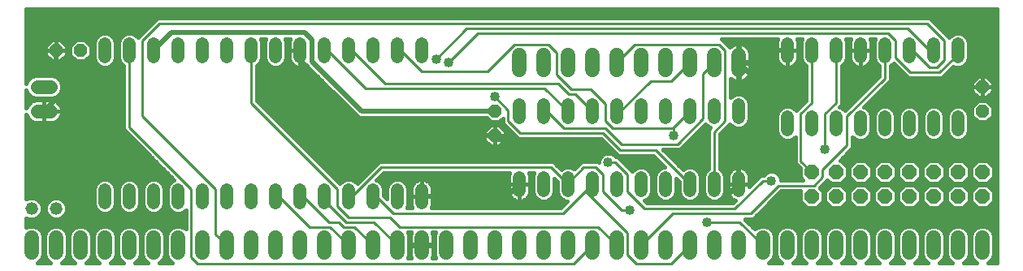
<source format=gbl>
G75*
%MOIN*%
%OFA0B0*%
%FSLAX24Y24*%
%IPPOS*%
%LPD*%
%AMOC8*
5,1,8,0,0,1.08239X$1,22.5*
%
%ADD10C,0.0520*%
%ADD11C,0.0520*%
%ADD12OC8,0.0600*%
%ADD13C,0.0600*%
%ADD14C,0.0560*%
%ADD15OC8,0.0520*%
%ADD16C,0.0200*%
%ADD17C,0.0160*%
%ADD18C,0.0100*%
%ADD19C,0.0400*%
D10*
X003805Y002920D02*
X003805Y003440D01*
X004805Y003440D02*
X004805Y002920D01*
X005805Y002920D02*
X005805Y003440D01*
X006805Y003440D02*
X006805Y002920D01*
X007805Y002920D02*
X007805Y003440D01*
X008805Y003440D02*
X008805Y002920D01*
X009805Y002920D02*
X009805Y003440D01*
X010805Y003440D02*
X010805Y002920D01*
X011805Y002920D02*
X011805Y003440D01*
X012805Y003440D02*
X012805Y002920D01*
X013805Y002920D02*
X013805Y003440D01*
X014805Y003440D02*
X014805Y002920D01*
X015805Y002920D02*
X015805Y003440D01*
X016805Y003440D02*
X016805Y002920D01*
X020805Y003420D02*
X020805Y003940D01*
X021805Y003940D02*
X021805Y003420D01*
X022805Y003420D02*
X022805Y003940D01*
X023805Y003940D02*
X023805Y003420D01*
X024805Y003420D02*
X024805Y003940D01*
X025805Y003940D02*
X025805Y003420D01*
X026805Y003420D02*
X026805Y003940D01*
X027805Y003940D02*
X027805Y003420D01*
X028805Y003420D02*
X028805Y003940D01*
X029805Y003940D02*
X029805Y003420D01*
X031805Y005920D02*
X031805Y006440D01*
X032805Y006440D02*
X032805Y005920D01*
X033805Y005920D02*
X033805Y006440D01*
X034805Y006440D02*
X034805Y005920D01*
X035805Y005920D02*
X035805Y006440D01*
X036805Y006440D02*
X036805Y005920D01*
X037805Y005920D02*
X037805Y006440D01*
X038805Y006440D02*
X038805Y005920D01*
X029805Y006420D02*
X029805Y006940D01*
X028805Y006940D02*
X028805Y006420D01*
X027805Y006420D02*
X027805Y006940D01*
X026805Y006940D02*
X026805Y006420D01*
X025805Y006420D02*
X025805Y006940D01*
X024805Y006940D02*
X024805Y006420D01*
X023805Y006420D02*
X023805Y006940D01*
X022805Y006940D02*
X022805Y006420D01*
X021805Y006420D02*
X021805Y006940D01*
X020805Y006940D02*
X020805Y006420D01*
X016805Y008920D02*
X016805Y009440D01*
X015805Y009440D02*
X015805Y008920D01*
X014805Y008920D02*
X014805Y009440D01*
X013805Y009440D02*
X013805Y008920D01*
X012805Y008920D02*
X012805Y009440D01*
X011805Y009440D02*
X011805Y008920D01*
X010805Y008920D02*
X010805Y009440D01*
X009805Y009440D02*
X009805Y008920D01*
X008805Y008920D02*
X008805Y009440D01*
X007805Y009440D02*
X007805Y008920D01*
X006805Y008920D02*
X006805Y009440D01*
X005805Y009440D02*
X005805Y008920D01*
X004805Y008920D02*
X004805Y009440D01*
X003805Y009440D02*
X003805Y008920D01*
X031805Y008920D02*
X031805Y009440D01*
X032805Y009440D02*
X032805Y008920D01*
X033805Y008920D02*
X033805Y009440D01*
X034805Y009440D02*
X034805Y008920D01*
X035805Y008920D02*
X035805Y009440D01*
X036805Y009440D02*
X036805Y008920D01*
X037805Y008920D02*
X037805Y009440D01*
X038805Y009440D02*
X038805Y008920D01*
D11*
X001805Y002680D03*
X000805Y002680D03*
D12*
X032805Y003180D03*
X033805Y003180D03*
X034805Y003180D03*
X035805Y003180D03*
X036805Y003180D03*
X037805Y003180D03*
X038805Y003180D03*
X039805Y003180D03*
X039805Y004180D03*
X038805Y004180D03*
X037805Y004180D03*
X036805Y004180D03*
X035805Y004180D03*
X034805Y004180D03*
X033805Y004180D03*
X032805Y004180D03*
D13*
X032805Y001480D02*
X032805Y000880D01*
X033805Y000880D02*
X033805Y001480D01*
X034805Y001480D02*
X034805Y000880D01*
X035805Y000880D02*
X035805Y001480D01*
X036805Y001480D02*
X036805Y000880D01*
X037805Y000880D02*
X037805Y001480D01*
X038805Y001480D02*
X038805Y000880D01*
X039805Y000880D02*
X039805Y001480D01*
X031805Y001480D02*
X031805Y000880D01*
X030805Y000880D02*
X030805Y001480D01*
X029805Y001480D02*
X029805Y000880D01*
X028805Y000880D02*
X028805Y001480D01*
X027805Y001480D02*
X027805Y000880D01*
X026805Y000880D02*
X026805Y001480D01*
X025805Y001480D02*
X025805Y000880D01*
X024805Y000880D02*
X024805Y001480D01*
X023805Y001480D02*
X023805Y000880D01*
X022805Y000880D02*
X022805Y001480D01*
X021805Y001480D02*
X021805Y000880D01*
X020805Y000880D02*
X020805Y001480D01*
X019805Y001480D02*
X019805Y000880D01*
X018805Y000880D02*
X018805Y001480D01*
X017805Y001480D02*
X017805Y000880D01*
X016805Y000880D02*
X016805Y001480D01*
X015805Y001480D02*
X015805Y000880D01*
X014805Y000880D02*
X014805Y001480D01*
X013805Y001480D02*
X013805Y000880D01*
X012805Y000880D02*
X012805Y001480D01*
X011805Y001480D02*
X011805Y000880D01*
X010805Y000880D02*
X010805Y001480D01*
X009805Y001480D02*
X009805Y000880D01*
X008805Y000880D02*
X008805Y001480D01*
X007805Y001480D02*
X007805Y000880D01*
X006805Y000880D02*
X006805Y001480D01*
X005805Y001480D02*
X005805Y000880D01*
X004805Y000880D02*
X004805Y001480D01*
X003805Y001480D02*
X003805Y000880D01*
X002805Y000880D02*
X002805Y001480D01*
X001805Y001480D02*
X001805Y000880D01*
X000805Y000880D02*
X000805Y001480D01*
X020805Y008380D02*
X020805Y008980D01*
X021805Y008980D02*
X021805Y008380D01*
X022805Y008380D02*
X022805Y008980D01*
X023805Y008980D02*
X023805Y008380D01*
X024805Y008380D02*
X024805Y008980D01*
X025805Y008980D02*
X025805Y008380D01*
X026805Y008380D02*
X026805Y008980D01*
X027805Y008980D02*
X027805Y008380D01*
X028805Y008380D02*
X028805Y008980D01*
X029805Y008980D02*
X029805Y008380D01*
D14*
X001585Y007680D02*
X001025Y007680D01*
X001025Y006680D02*
X001585Y006680D01*
D15*
X001805Y009180D03*
X002805Y009180D03*
X019805Y006680D03*
X019805Y005680D03*
X039805Y006680D03*
X039805Y007680D03*
D16*
X031805Y009180D02*
X031305Y009180D01*
X030305Y008180D01*
X029805Y008680D01*
X030305Y008180D02*
X030305Y006230D01*
X029805Y005730D01*
X029805Y003680D01*
X029055Y002930D01*
X026605Y002930D01*
X026305Y003230D01*
X026305Y004130D01*
X025605Y004830D01*
X024805Y004830D01*
X024105Y005530D01*
X019955Y005530D01*
X019805Y005680D01*
X014905Y005680D01*
X011805Y008780D01*
X011805Y009180D01*
X012305Y009630D02*
X012305Y008730D01*
X014355Y006680D01*
X019805Y006680D01*
X020805Y003680D02*
X020305Y003180D01*
X016805Y003180D01*
X002105Y007480D02*
X001305Y006680D01*
X002105Y007480D02*
X002105Y007880D01*
X001805Y008180D01*
X001805Y009180D01*
X005805Y009180D02*
X006555Y009930D01*
X012005Y009930D01*
X012305Y009630D01*
D17*
X001077Y000473D02*
X001045Y000460D01*
X001565Y000460D01*
X001533Y000473D01*
X001398Y000608D01*
X001325Y000785D01*
X001325Y001575D01*
X001398Y001752D01*
X001533Y001887D01*
X001709Y001960D01*
X001900Y001960D01*
X002077Y001887D01*
X002212Y001752D01*
X002285Y001575D01*
X002285Y000785D01*
X002212Y000608D01*
X002077Y000473D01*
X002045Y000460D01*
X002565Y000460D01*
X002533Y000473D01*
X002398Y000608D01*
X002325Y000785D01*
X002325Y001575D01*
X002398Y001752D01*
X002533Y001887D01*
X002709Y001960D01*
X002900Y001960D01*
X003077Y001887D01*
X003212Y001752D01*
X003285Y001575D01*
X003285Y000785D01*
X003212Y000608D01*
X003077Y000473D01*
X003045Y000460D01*
X003565Y000460D01*
X003533Y000473D01*
X003398Y000608D01*
X003325Y000785D01*
X003325Y001575D01*
X003398Y001752D01*
X003533Y001887D01*
X003709Y001960D01*
X003900Y001960D01*
X004077Y001887D01*
X004212Y001752D01*
X004285Y001575D01*
X004285Y000785D01*
X004212Y000608D01*
X004077Y000473D01*
X004045Y000460D01*
X004565Y000460D01*
X004533Y000473D01*
X004398Y000608D01*
X004325Y000785D01*
X004325Y001575D01*
X004398Y001752D01*
X004533Y001887D01*
X004709Y001960D01*
X004900Y001960D01*
X005077Y001887D01*
X005212Y001752D01*
X005285Y001575D01*
X005285Y000785D01*
X005212Y000608D01*
X005077Y000473D01*
X005045Y000460D01*
X005565Y000460D01*
X005533Y000473D01*
X005398Y000608D01*
X005325Y000785D01*
X005325Y001575D01*
X005398Y001752D01*
X005533Y001887D01*
X005709Y001960D01*
X005900Y001960D01*
X006077Y001887D01*
X006212Y001752D01*
X006285Y001575D01*
X006285Y000785D01*
X006212Y000608D01*
X006077Y000473D01*
X006045Y000460D01*
X006565Y000460D01*
X006533Y000473D01*
X006398Y000608D01*
X006325Y000785D01*
X006325Y001575D01*
X006398Y001752D01*
X006533Y001887D01*
X006709Y001960D01*
X006900Y001960D01*
X007077Y001887D01*
X007125Y001839D01*
X007125Y002618D01*
X007054Y002547D01*
X006892Y002480D01*
X006717Y002480D01*
X006556Y002547D01*
X006432Y002671D01*
X006365Y002832D01*
X006365Y003528D01*
X006432Y003689D01*
X006556Y003813D01*
X006655Y003854D01*
X004575Y005935D01*
X004575Y008539D01*
X004556Y008547D01*
X004432Y008671D01*
X004365Y008832D01*
X004365Y009528D01*
X004432Y009689D01*
X004556Y009813D01*
X004717Y009880D01*
X004892Y009880D01*
X005054Y009813D01*
X005158Y009709D01*
X005260Y009810D01*
X005960Y010510D01*
X037650Y010510D01*
X037785Y010375D01*
X038451Y009709D01*
X038556Y009813D01*
X038717Y009880D01*
X038892Y009880D01*
X039054Y009813D01*
X039178Y009689D01*
X039245Y009528D01*
X039245Y008832D01*
X039178Y008671D01*
X039054Y008547D01*
X038892Y008480D01*
X038717Y008480D01*
X038620Y008520D01*
X038285Y008185D01*
X038150Y008050D01*
X036950Y008050D01*
X036760Y008050D01*
X036160Y008650D01*
X036158Y008651D01*
X036054Y008547D01*
X036035Y008539D01*
X036035Y007935D01*
X034955Y006854D01*
X035054Y006813D01*
X035178Y006689D01*
X035245Y006528D01*
X035245Y005832D01*
X035178Y005671D01*
X035054Y005547D01*
X034892Y005480D01*
X034717Y005480D01*
X034556Y005547D01*
X034485Y005618D01*
X034485Y005185D01*
X033960Y004660D01*
X034004Y004660D01*
X034285Y004379D01*
X034285Y003981D01*
X034004Y003700D01*
X033606Y003700D01*
X033453Y003853D01*
X033135Y003535D01*
X033132Y003532D01*
X033285Y003379D01*
X033285Y002981D01*
X033004Y002700D01*
X032606Y002700D01*
X032325Y002981D01*
X032325Y003379D01*
X032346Y003400D01*
X031550Y003400D01*
X030535Y002385D01*
X030400Y002250D01*
X030060Y002250D01*
X030085Y002225D01*
X030478Y001832D01*
X030533Y001887D01*
X030709Y001960D01*
X030900Y001960D01*
X031077Y001887D01*
X031212Y001752D01*
X031285Y001575D01*
X031285Y000785D01*
X031212Y000608D01*
X031077Y000473D01*
X031045Y000460D01*
X031565Y000460D01*
X031533Y000473D01*
X031398Y000608D01*
X031325Y000785D01*
X031325Y001575D01*
X031398Y001752D01*
X031533Y001887D01*
X031709Y001960D01*
X031900Y001960D01*
X032077Y001887D01*
X032212Y001752D01*
X032285Y001575D01*
X032285Y000785D01*
X032212Y000608D01*
X032077Y000473D01*
X032045Y000460D01*
X032565Y000460D01*
X032533Y000473D01*
X032398Y000608D01*
X032325Y000785D01*
X032325Y001575D01*
X032398Y001752D01*
X032533Y001887D01*
X032709Y001960D01*
X032900Y001960D01*
X033077Y001887D01*
X033212Y001752D01*
X033285Y001575D01*
X033285Y000785D01*
X033212Y000608D01*
X033077Y000473D01*
X033045Y000460D01*
X033565Y000460D01*
X033533Y000473D01*
X033398Y000608D01*
X033325Y000785D01*
X033325Y001575D01*
X033398Y001752D01*
X033533Y001887D01*
X033709Y001960D01*
X033900Y001960D01*
X034077Y001887D01*
X034212Y001752D01*
X034285Y001575D01*
X034285Y000785D01*
X034212Y000608D01*
X034077Y000473D01*
X034045Y000460D01*
X034565Y000460D01*
X034533Y000473D01*
X034398Y000608D01*
X034325Y000785D01*
X034325Y001575D01*
X034398Y001752D01*
X034533Y001887D01*
X034709Y001960D01*
X034900Y001960D01*
X035077Y001887D01*
X035212Y001752D01*
X035285Y001575D01*
X035285Y000785D01*
X035212Y000608D01*
X035077Y000473D01*
X035045Y000460D01*
X035565Y000460D01*
X035533Y000473D01*
X035398Y000608D01*
X035325Y000785D01*
X035325Y001575D01*
X035398Y001752D01*
X035533Y001887D01*
X035709Y001960D01*
X035900Y001960D01*
X036077Y001887D01*
X036212Y001752D01*
X036285Y001575D01*
X036285Y000785D01*
X036212Y000608D01*
X036077Y000473D01*
X036045Y000460D01*
X036565Y000460D01*
X036533Y000473D01*
X036398Y000608D01*
X036325Y000785D01*
X036325Y001575D01*
X036398Y001752D01*
X036533Y001887D01*
X036709Y001960D01*
X036900Y001960D01*
X037077Y001887D01*
X037212Y001752D01*
X037285Y001575D01*
X037285Y000785D01*
X037212Y000608D01*
X037077Y000473D01*
X037045Y000460D01*
X037565Y000460D01*
X037533Y000473D01*
X037398Y000608D01*
X037325Y000785D01*
X037325Y001575D01*
X037398Y001752D01*
X037533Y001887D01*
X037709Y001960D01*
X037900Y001960D01*
X038077Y001887D01*
X038212Y001752D01*
X038285Y001575D01*
X038285Y000785D01*
X038212Y000608D01*
X038077Y000473D01*
X038045Y000460D01*
X038565Y000460D01*
X038533Y000473D01*
X038398Y000608D01*
X038325Y000785D01*
X038325Y001575D01*
X038398Y001752D01*
X038533Y001887D01*
X038709Y001960D01*
X038900Y001960D01*
X039077Y001887D01*
X039212Y001752D01*
X039285Y001575D01*
X039285Y000785D01*
X039212Y000608D01*
X039077Y000473D01*
X039045Y000460D01*
X039565Y000460D01*
X039533Y000473D01*
X039398Y000608D01*
X039325Y000785D01*
X039325Y001575D01*
X039398Y001752D01*
X039533Y001887D01*
X039709Y001960D01*
X039900Y001960D01*
X040077Y001887D01*
X040212Y001752D01*
X040285Y001575D01*
X040285Y000785D01*
X040212Y000608D01*
X040077Y000473D01*
X040045Y000460D01*
X040395Y000460D01*
X040395Y010896D01*
X000585Y010896D01*
X000585Y007820D01*
X000635Y007941D01*
X000764Y008070D01*
X000933Y008140D01*
X001676Y008140D01*
X001846Y008070D01*
X001975Y007941D01*
X002045Y007771D01*
X002045Y007588D01*
X001975Y007419D01*
X001846Y007290D01*
X001676Y007220D01*
X000933Y007220D01*
X000764Y007290D01*
X000635Y007419D01*
X000585Y007540D01*
X000585Y006814D01*
X000599Y006857D01*
X000632Y006921D01*
X000674Y006980D01*
X000725Y007031D01*
X000784Y007073D01*
X000848Y007106D01*
X000917Y007129D01*
X000989Y007140D01*
X001295Y007140D01*
X001295Y006690D01*
X001315Y006690D01*
X002045Y006690D01*
X002045Y006716D01*
X002034Y006788D01*
X002011Y006857D01*
X001978Y006921D01*
X001936Y006980D01*
X001885Y007031D01*
X001826Y007073D01*
X001762Y007106D01*
X001693Y007129D01*
X001621Y007140D01*
X001315Y007140D01*
X001315Y006690D01*
X001315Y006670D01*
X002045Y006670D01*
X002045Y006644D01*
X002034Y006572D01*
X002011Y006503D01*
X001978Y006439D01*
X001936Y006380D01*
X001885Y006329D01*
X001826Y006287D01*
X001762Y006254D01*
X001693Y006231D01*
X001621Y006220D01*
X001315Y006220D01*
X001315Y006670D01*
X001295Y006670D01*
X001295Y006220D01*
X000989Y006220D01*
X000917Y006231D01*
X000848Y006254D01*
X000784Y006287D01*
X000725Y006329D01*
X000674Y006380D01*
X000632Y006439D01*
X000599Y006503D01*
X000585Y006546D01*
X000585Y003065D01*
X000717Y003120D01*
X000892Y003120D01*
X001054Y003053D01*
X001178Y002929D01*
X001245Y002768D01*
X001245Y002592D01*
X001178Y002431D01*
X001054Y002307D01*
X000892Y002240D01*
X000717Y002240D01*
X000585Y002295D01*
X000585Y001908D01*
X000709Y001960D01*
X000900Y001960D01*
X001077Y001887D01*
X001212Y001752D01*
X001285Y001575D01*
X001285Y000785D01*
X001212Y000608D01*
X001077Y000473D01*
X001101Y000497D02*
X001509Y000497D01*
X001378Y000656D02*
X001231Y000656D01*
X001285Y000814D02*
X001325Y000814D01*
X001325Y000973D02*
X001285Y000973D01*
X001285Y001131D02*
X001325Y001131D01*
X001325Y001290D02*
X001285Y001290D01*
X001285Y001448D02*
X001325Y001448D01*
X001338Y001607D02*
X001272Y001607D01*
X001199Y001765D02*
X001411Y001765D01*
X001621Y001924D02*
X000989Y001924D01*
X000621Y001924D02*
X000585Y001924D01*
X000585Y002082D02*
X007125Y002082D01*
X007125Y002241D02*
X001894Y002241D01*
X001892Y002240D02*
X002054Y002307D01*
X002178Y002431D01*
X002245Y002592D01*
X002245Y002768D01*
X002178Y002929D01*
X002054Y003053D01*
X001892Y003120D01*
X001717Y003120D01*
X001556Y003053D01*
X001432Y002929D01*
X001365Y002768D01*
X001365Y002592D01*
X001432Y002431D01*
X001556Y002307D01*
X001717Y002240D01*
X001892Y002240D01*
X001716Y002241D02*
X000894Y002241D01*
X000716Y002241D02*
X000585Y002241D01*
X001146Y002399D02*
X001464Y002399D01*
X001379Y002558D02*
X001230Y002558D01*
X001245Y002716D02*
X001365Y002716D01*
X001409Y002875D02*
X001201Y002875D01*
X001074Y003033D02*
X001536Y003033D01*
X002074Y003033D02*
X003365Y003033D01*
X003365Y002875D02*
X002201Y002875D01*
X002245Y002716D02*
X003413Y002716D01*
X003432Y002671D02*
X003556Y002547D01*
X003717Y002480D01*
X003892Y002480D01*
X004054Y002547D01*
X004178Y002671D01*
X004245Y002832D01*
X004245Y003528D01*
X004178Y003689D01*
X004054Y003813D01*
X003892Y003880D01*
X003717Y003880D01*
X003556Y003813D01*
X003432Y003689D01*
X003365Y003528D01*
X003365Y002832D01*
X003432Y002671D01*
X003545Y002558D02*
X002230Y002558D01*
X002146Y002399D02*
X007125Y002399D01*
X007125Y002558D02*
X007065Y002558D01*
X006545Y002558D02*
X006065Y002558D01*
X006054Y002547D02*
X006178Y002671D01*
X006245Y002832D01*
X006245Y003528D01*
X006178Y003689D01*
X006054Y003813D01*
X005892Y003880D01*
X005717Y003880D01*
X005556Y003813D01*
X005432Y003689D01*
X005365Y003528D01*
X005365Y002832D01*
X005432Y002671D01*
X005556Y002547D01*
X005717Y002480D01*
X005892Y002480D01*
X006054Y002547D01*
X006197Y002716D02*
X006413Y002716D01*
X006365Y002875D02*
X006245Y002875D01*
X006245Y003033D02*
X006365Y003033D01*
X006365Y003192D02*
X006245Y003192D01*
X006245Y003350D02*
X006365Y003350D01*
X006365Y003509D02*
X006245Y003509D01*
X006187Y003667D02*
X006423Y003667D01*
X006586Y003826D02*
X006024Y003826D01*
X005586Y003826D02*
X005024Y003826D01*
X005054Y003813D02*
X004892Y003880D01*
X004717Y003880D01*
X004556Y003813D01*
X004432Y003689D01*
X004365Y003528D01*
X004365Y002832D01*
X004432Y002671D01*
X004556Y002547D01*
X004717Y002480D01*
X004892Y002480D01*
X005054Y002547D01*
X005178Y002671D01*
X005245Y002832D01*
X005245Y003528D01*
X005178Y003689D01*
X005054Y003813D01*
X005187Y003667D02*
X005423Y003667D01*
X005365Y003509D02*
X005245Y003509D01*
X005245Y003350D02*
X005365Y003350D01*
X005365Y003192D02*
X005245Y003192D01*
X005245Y003033D02*
X005365Y003033D01*
X005365Y002875D02*
X005245Y002875D01*
X005197Y002716D02*
X005413Y002716D01*
X005545Y002558D02*
X005065Y002558D01*
X004545Y002558D02*
X004065Y002558D01*
X004197Y002716D02*
X004413Y002716D01*
X004365Y002875D02*
X004245Y002875D01*
X004245Y003033D02*
X004365Y003033D01*
X004365Y003192D02*
X004245Y003192D01*
X004245Y003350D02*
X004365Y003350D01*
X004365Y003509D02*
X004245Y003509D01*
X004187Y003667D02*
X004423Y003667D01*
X004586Y003826D02*
X004024Y003826D01*
X003586Y003826D02*
X000585Y003826D01*
X000585Y003667D02*
X003423Y003667D01*
X003365Y003509D02*
X000585Y003509D01*
X000585Y003350D02*
X003365Y003350D01*
X003365Y003192D02*
X000585Y003192D01*
X000585Y003984D02*
X006526Y003984D01*
X006367Y004143D02*
X000585Y004143D01*
X000585Y004301D02*
X006209Y004301D01*
X006050Y004460D02*
X000585Y004460D01*
X000585Y004618D02*
X005892Y004618D01*
X005733Y004777D02*
X000585Y004777D01*
X000585Y004935D02*
X005575Y004935D01*
X005416Y005094D02*
X000585Y005094D01*
X000585Y005252D02*
X005258Y005252D01*
X005099Y005411D02*
X000585Y005411D01*
X000585Y005569D02*
X004941Y005569D01*
X004782Y005728D02*
X000585Y005728D01*
X000585Y005886D02*
X004624Y005886D01*
X004575Y006045D02*
X000585Y006045D01*
X000585Y006203D02*
X004575Y006203D01*
X004575Y006362D02*
X001917Y006362D01*
X002017Y006520D02*
X004575Y006520D01*
X004575Y006679D02*
X001315Y006679D01*
X001315Y006520D02*
X001295Y006520D01*
X001295Y006362D02*
X001315Y006362D01*
X000693Y006362D02*
X000585Y006362D01*
X000585Y006520D02*
X000593Y006520D01*
X000585Y006837D02*
X000592Y006837D01*
X000585Y006996D02*
X000690Y006996D01*
X000585Y007154D02*
X004575Y007154D01*
X004575Y006996D02*
X001920Y006996D01*
X002018Y006837D02*
X004575Y006837D01*
X004575Y007313D02*
X001868Y007313D01*
X001996Y007471D02*
X004575Y007471D01*
X004575Y007630D02*
X002045Y007630D01*
X002038Y007788D02*
X004575Y007788D01*
X004575Y007947D02*
X001969Y007947D01*
X001761Y008105D02*
X004575Y008105D01*
X004575Y008264D02*
X000585Y008264D01*
X000585Y008105D02*
X000849Y008105D01*
X000641Y007947D02*
X000585Y007947D01*
X000585Y007471D02*
X000614Y007471D01*
X000585Y007313D02*
X000742Y007313D01*
X001295Y006996D02*
X001315Y006996D01*
X001315Y006837D02*
X001295Y006837D01*
X000585Y008422D02*
X004575Y008422D01*
X004522Y008581D02*
X004088Y008581D01*
X004054Y008547D02*
X004178Y008671D01*
X004245Y008832D01*
X004245Y009528D01*
X004178Y009689D01*
X004054Y009813D01*
X003892Y009880D01*
X003717Y009880D01*
X003556Y009813D01*
X003432Y009689D01*
X003365Y009528D01*
X003365Y008832D01*
X003432Y008671D01*
X003556Y008547D01*
X003717Y008480D01*
X003892Y008480D01*
X004054Y008547D01*
X004206Y008739D02*
X004404Y008739D01*
X004365Y008898D02*
X004245Y008898D01*
X004245Y009056D02*
X004365Y009056D01*
X004365Y009215D02*
X004245Y009215D01*
X004245Y009373D02*
X004365Y009373D01*
X004367Y009532D02*
X004243Y009532D01*
X004177Y009690D02*
X004433Y009690D01*
X004641Y009849D02*
X003968Y009849D01*
X003641Y009849D02*
X000585Y009849D01*
X000585Y009690D02*
X003433Y009690D01*
X003245Y009362D02*
X002987Y009620D01*
X002623Y009620D01*
X002365Y009362D01*
X002365Y008998D01*
X002623Y008740D01*
X002987Y008740D01*
X003245Y008998D01*
X003245Y009362D01*
X003234Y009373D02*
X003365Y009373D01*
X003365Y009215D02*
X003245Y009215D01*
X003245Y009056D02*
X003365Y009056D01*
X003365Y008898D02*
X003145Y008898D01*
X002465Y008898D02*
X002145Y008898D01*
X002245Y008998D02*
X002245Y009180D01*
X002245Y009362D01*
X001987Y009620D01*
X001805Y009620D01*
X001805Y009180D01*
X002245Y009180D01*
X001805Y009180D01*
X001805Y009180D01*
X001805Y008740D01*
X001987Y008740D01*
X002245Y008998D01*
X002245Y009056D02*
X002365Y009056D01*
X001805Y009056D02*
X001805Y009056D01*
X001805Y009180D02*
X001805Y009180D01*
X001805Y009180D01*
X001805Y009620D01*
X001623Y009620D01*
X001365Y009362D01*
X001365Y009180D01*
X001365Y008998D01*
X001623Y008740D01*
X001805Y008740D01*
X001805Y009180D01*
X001365Y009180D01*
X001805Y009180D01*
X001805Y009180D01*
X001805Y009215D02*
X001805Y009215D01*
X001805Y009373D02*
X001805Y009373D01*
X001805Y009532D02*
X001805Y009532D01*
X002076Y009532D02*
X002534Y009532D01*
X002376Y009373D02*
X002234Y009373D01*
X002245Y009215D02*
X002365Y009215D01*
X003076Y009532D02*
X003367Y009532D01*
X004968Y009849D02*
X005298Y009849D01*
X005457Y010007D02*
X000585Y010007D01*
X000585Y010166D02*
X005615Y010166D01*
X005774Y010324D02*
X000585Y010324D01*
X000585Y010483D02*
X005932Y010483D01*
X010194Y009650D02*
X010245Y009528D01*
X010245Y008832D01*
X010178Y008671D01*
X010054Y008547D01*
X010035Y008539D01*
X010035Y007125D01*
X013450Y003710D01*
X013451Y003709D01*
X013556Y003813D01*
X013717Y003880D01*
X013892Y003880D01*
X014054Y003813D01*
X014158Y003709D01*
X014925Y004475D01*
X015060Y004610D01*
X022200Y004610D01*
X022526Y004284D01*
X022556Y004313D01*
X022717Y004380D01*
X022892Y004380D01*
X023054Y004313D01*
X023058Y004309D01*
X023360Y004610D01*
X024050Y004610D01*
X024075Y004585D01*
X024075Y004656D01*
X024133Y004795D01*
X024240Y004902D01*
X024379Y004960D01*
X024531Y004960D01*
X024670Y004902D01*
X024762Y004810D01*
X024850Y004810D01*
X024985Y004675D01*
X024985Y004675D01*
X025451Y004209D01*
X025556Y004313D01*
X025717Y004380D01*
X025892Y004380D01*
X026054Y004313D01*
X026178Y004189D01*
X026245Y004028D01*
X026245Y003332D01*
X026178Y003171D01*
X026054Y003047D01*
X025955Y003006D01*
X026050Y002910D01*
X029560Y002910D01*
X029656Y003006D01*
X029636Y003012D01*
X029574Y003044D01*
X029518Y003084D01*
X029469Y003133D01*
X029429Y003189D01*
X029397Y003251D01*
X029376Y003317D01*
X029365Y003385D01*
X029365Y003680D01*
X029805Y003680D01*
X030245Y003680D01*
X030245Y003975D01*
X030234Y004043D01*
X030213Y004109D01*
X030181Y004171D01*
X030141Y004227D01*
X030092Y004276D01*
X030036Y004316D01*
X029974Y004348D01*
X029908Y004369D01*
X029840Y004380D01*
X029805Y004380D01*
X029805Y003680D01*
X029805Y003680D01*
X030245Y003680D01*
X030245Y003595D01*
X030710Y004060D01*
X030848Y004060D01*
X030940Y004152D01*
X031079Y004210D01*
X031231Y004210D01*
X031370Y004152D01*
X031477Y004045D01*
X031535Y003906D01*
X031535Y003860D01*
X032446Y003860D01*
X032325Y003981D01*
X032325Y004335D01*
X032125Y004535D01*
X032125Y005618D01*
X032054Y005547D01*
X031892Y005480D01*
X031717Y005480D01*
X031556Y005547D01*
X031432Y005671D01*
X031365Y005832D01*
X031365Y006528D01*
X031432Y006689D01*
X031556Y006813D01*
X031717Y006880D01*
X031892Y006880D01*
X032054Y006813D01*
X032158Y006709D01*
X032260Y006810D01*
X032575Y007125D01*
X032575Y008539D01*
X032556Y008547D01*
X032432Y008671D01*
X032365Y008832D01*
X032365Y009528D01*
X032416Y009650D01*
X032192Y009650D01*
X032213Y009609D01*
X032234Y009543D01*
X032245Y009475D01*
X032245Y009180D01*
X031805Y009180D01*
X031805Y009180D01*
X032245Y009180D01*
X032245Y008885D01*
X032234Y008817D01*
X032213Y008751D01*
X032181Y008689D01*
X032141Y008633D01*
X032092Y008584D01*
X032036Y008544D01*
X031974Y008512D01*
X031908Y008491D01*
X031840Y008480D01*
X031805Y008480D01*
X031805Y009180D01*
X031805Y009180D01*
X031805Y008480D01*
X031770Y008480D01*
X031702Y008491D01*
X031636Y008512D01*
X031574Y008544D01*
X031518Y008584D01*
X031469Y008633D01*
X031429Y008689D01*
X031397Y008751D01*
X031376Y008817D01*
X031365Y008885D01*
X031365Y009180D01*
X031805Y009180D01*
X031805Y009180D01*
X031365Y009180D01*
X031365Y009475D01*
X031376Y009543D01*
X031397Y009609D01*
X031418Y009650D01*
X029110Y009650D01*
X029235Y009525D01*
X029453Y009307D01*
X029492Y009346D01*
X029553Y009391D01*
X029621Y009425D01*
X029693Y009448D01*
X029767Y009460D01*
X029785Y009460D01*
X029785Y008700D01*
X029825Y008700D01*
X030285Y008700D01*
X030285Y009018D01*
X030273Y009092D01*
X030250Y009164D01*
X030215Y009232D01*
X030171Y009293D01*
X030118Y009346D01*
X030057Y009391D01*
X029989Y009425D01*
X029917Y009448D01*
X029843Y009460D01*
X029825Y009460D01*
X029825Y008700D01*
X029825Y008660D01*
X030285Y008660D01*
X030285Y008342D01*
X030273Y008268D01*
X030250Y008196D01*
X030215Y008128D01*
X030171Y008067D01*
X030118Y008014D01*
X030057Y007969D01*
X029989Y007935D01*
X029917Y007912D01*
X029843Y007900D01*
X029825Y007900D01*
X029825Y008660D01*
X029785Y008660D01*
X029785Y007900D01*
X029767Y007900D01*
X029693Y007912D01*
X029621Y007935D01*
X029553Y007969D01*
X029492Y008014D01*
X029485Y008021D01*
X029485Y007242D01*
X029556Y007313D01*
X029717Y007380D01*
X029892Y007380D01*
X030054Y007313D01*
X030178Y007189D01*
X030245Y007028D01*
X030245Y006332D01*
X030178Y006171D01*
X030054Y006047D01*
X029892Y005980D01*
X029717Y005980D01*
X029556Y006047D01*
X029451Y006151D01*
X029350Y006050D01*
X029035Y005735D01*
X029035Y004321D01*
X029054Y004313D01*
X029178Y004189D01*
X029245Y004028D01*
X029245Y003332D01*
X029178Y003171D01*
X029054Y003047D01*
X028892Y002980D01*
X028717Y002980D01*
X028556Y003047D01*
X028432Y003171D01*
X028365Y003332D01*
X028365Y004028D01*
X028432Y004189D01*
X028556Y004313D01*
X028575Y004321D01*
X028575Y005925D01*
X028655Y006006D01*
X028556Y006047D01*
X028451Y006151D01*
X028450Y006150D01*
X027400Y005100D01*
X026710Y005100D01*
X027526Y004284D01*
X027556Y004313D01*
X027717Y004380D01*
X027892Y004380D01*
X028054Y004313D01*
X028178Y004189D01*
X028245Y004028D01*
X028245Y003332D01*
X028178Y003171D01*
X028054Y003047D01*
X027892Y002980D01*
X027717Y002980D01*
X027556Y003047D01*
X027432Y003171D01*
X027365Y003332D01*
X027365Y003795D01*
X027245Y003915D01*
X027245Y003332D01*
X027178Y003171D01*
X027054Y003047D01*
X026892Y002980D01*
X026717Y002980D01*
X026556Y003047D01*
X026432Y003171D01*
X026365Y003332D01*
X026365Y004028D01*
X026432Y004189D01*
X026556Y004313D01*
X026717Y004380D01*
X026780Y004380D01*
X026310Y004850D01*
X024860Y004850D01*
X024725Y004985D01*
X024160Y005550D01*
X020760Y005550D01*
X020625Y005685D01*
X020125Y006185D01*
X020125Y006378D01*
X019987Y006240D01*
X019623Y006240D01*
X019463Y006400D01*
X014299Y006400D01*
X014196Y006443D01*
X012146Y008493D01*
X012070Y008569D01*
X012036Y008544D01*
X011974Y008512D01*
X011908Y008491D01*
X011840Y008480D01*
X011805Y008480D01*
X011805Y009180D01*
X011805Y009180D01*
X011805Y008480D01*
X011770Y008480D01*
X011702Y008491D01*
X011636Y008512D01*
X011574Y008544D01*
X011518Y008584D01*
X011469Y008633D01*
X011429Y008689D01*
X011397Y008751D01*
X011376Y008817D01*
X011365Y008885D01*
X011365Y009180D01*
X011805Y009180D01*
X011805Y009180D01*
X011365Y009180D01*
X011365Y009475D01*
X011376Y009543D01*
X011397Y009609D01*
X011418Y009650D01*
X011194Y009650D01*
X011245Y009528D01*
X011245Y008832D01*
X011178Y008671D01*
X011054Y008547D01*
X010892Y008480D01*
X010717Y008480D01*
X010556Y008547D01*
X010432Y008671D01*
X010365Y008832D01*
X010365Y009528D01*
X010416Y009650D01*
X010194Y009650D01*
X010243Y009532D02*
X010367Y009532D01*
X010365Y009373D02*
X010245Y009373D01*
X010245Y009215D02*
X010365Y009215D01*
X010365Y009056D02*
X010245Y009056D01*
X010245Y008898D02*
X010365Y008898D01*
X010404Y008739D02*
X010206Y008739D01*
X010088Y008581D02*
X010522Y008581D01*
X010035Y008422D02*
X012217Y008422D01*
X011805Y008581D02*
X011805Y008581D01*
X011805Y008739D02*
X011805Y008739D01*
X011524Y008581D02*
X011088Y008581D01*
X011206Y008739D02*
X011403Y008739D01*
X011365Y008898D02*
X011245Y008898D01*
X011245Y009056D02*
X011365Y009056D01*
X011805Y009056D02*
X011805Y009056D01*
X011805Y008898D02*
X011805Y008898D01*
X011365Y009215D02*
X011245Y009215D01*
X011245Y009373D02*
X011365Y009373D01*
X011374Y009532D02*
X011243Y009532D01*
X012375Y008264D02*
X010035Y008264D01*
X010035Y008105D02*
X012534Y008105D01*
X012692Y007947D02*
X010035Y007947D01*
X010035Y007788D02*
X012851Y007788D01*
X013009Y007630D02*
X010035Y007630D01*
X010035Y007471D02*
X013168Y007471D01*
X013326Y007313D02*
X010035Y007313D01*
X010035Y007154D02*
X013485Y007154D01*
X013643Y006996D02*
X010165Y006996D01*
X010323Y006837D02*
X013802Y006837D01*
X013960Y006679D02*
X010482Y006679D01*
X010640Y006520D02*
X014119Y006520D01*
X011433Y005728D02*
X019365Y005728D01*
X019365Y005680D02*
X019805Y005680D01*
X020245Y005680D01*
X020245Y005862D01*
X019987Y006120D01*
X019805Y006120D01*
X019805Y005680D01*
X019805Y005680D01*
X020245Y005680D01*
X020245Y005498D01*
X019987Y005240D01*
X019805Y005240D01*
X019805Y005680D01*
X019805Y005680D01*
X019805Y005680D01*
X019805Y006120D01*
X019623Y006120D01*
X019365Y005862D01*
X019365Y005680D01*
X019365Y005498D01*
X019623Y005240D01*
X019805Y005240D01*
X019805Y005680D01*
X019805Y005680D01*
X019365Y005680D01*
X019365Y005569D02*
X011591Y005569D01*
X011750Y005411D02*
X019452Y005411D01*
X019611Y005252D02*
X011908Y005252D01*
X012067Y005094D02*
X024616Y005094D01*
X024591Y004935D02*
X024775Y004935D01*
X024884Y004777D02*
X026383Y004777D01*
X026875Y004935D02*
X028575Y004935D01*
X028575Y004777D02*
X027034Y004777D01*
X027192Y004618D02*
X028575Y004618D01*
X028575Y004460D02*
X027351Y004460D01*
X026700Y004460D02*
X025201Y004460D01*
X025042Y004618D02*
X026542Y004618D01*
X026544Y004301D02*
X026066Y004301D01*
X026197Y004143D02*
X026413Y004143D01*
X026365Y003984D02*
X026245Y003984D01*
X026245Y003826D02*
X026365Y003826D01*
X026365Y003667D02*
X026245Y003667D01*
X026245Y003509D02*
X026365Y003509D01*
X026365Y003350D02*
X026245Y003350D01*
X026187Y003192D02*
X026423Y003192D01*
X026589Y003033D02*
X026020Y003033D01*
X027020Y003033D02*
X027589Y003033D01*
X028020Y003033D02*
X028589Y003033D01*
X029020Y003033D02*
X029595Y003033D01*
X029428Y003192D02*
X029187Y003192D01*
X029245Y003350D02*
X029371Y003350D01*
X029365Y003509D02*
X029245Y003509D01*
X029245Y003667D02*
X029365Y003667D01*
X029365Y003680D02*
X029805Y003680D01*
X029805Y003680D01*
X029805Y004380D01*
X029770Y004380D01*
X029702Y004369D01*
X029636Y004348D01*
X029574Y004316D01*
X029518Y004276D01*
X029469Y004227D01*
X029429Y004171D01*
X029397Y004109D01*
X029376Y004043D01*
X029365Y003975D01*
X029365Y003680D01*
X029365Y003826D02*
X029245Y003826D01*
X029805Y003826D02*
X029805Y003826D01*
X029805Y003680D02*
X029805Y003680D01*
X030245Y003667D02*
X030317Y003667D01*
X030245Y003826D02*
X030475Y003826D01*
X030634Y003984D02*
X030243Y003984D01*
X030196Y004143D02*
X030930Y004143D01*
X031380Y004143D02*
X032325Y004143D01*
X032325Y004301D02*
X030057Y004301D01*
X029805Y004301D02*
X029805Y004301D01*
X029805Y004143D02*
X029805Y004143D01*
X029805Y003984D02*
X029805Y003984D01*
X029414Y004143D02*
X029197Y004143D01*
X029245Y003984D02*
X029366Y003984D01*
X029553Y004301D02*
X029066Y004301D01*
X028544Y004301D02*
X028066Y004301D01*
X028197Y004143D02*
X028413Y004143D01*
X028365Y003984D02*
X028245Y003984D01*
X028245Y003826D02*
X028365Y003826D01*
X028365Y003667D02*
X028245Y003667D01*
X028245Y003509D02*
X028365Y003509D01*
X028365Y003350D02*
X028245Y003350D01*
X028187Y003192D02*
X028423Y003192D01*
X027423Y003192D02*
X027187Y003192D01*
X027245Y003350D02*
X027365Y003350D01*
X027365Y003509D02*
X027245Y003509D01*
X027245Y003667D02*
X027365Y003667D01*
X027334Y003826D02*
X027245Y003826D01*
X027509Y004301D02*
X027544Y004301D01*
X029035Y004460D02*
X032200Y004460D01*
X032125Y004618D02*
X029035Y004618D01*
X029035Y004777D02*
X032125Y004777D01*
X032125Y004935D02*
X029035Y004935D01*
X029035Y005094D02*
X032125Y005094D01*
X032125Y005252D02*
X029035Y005252D01*
X029035Y005411D02*
X032125Y005411D01*
X032125Y005569D02*
X032076Y005569D01*
X031534Y005569D02*
X029035Y005569D01*
X029035Y005728D02*
X031408Y005728D01*
X031365Y005886D02*
X029186Y005886D01*
X029345Y006045D02*
X029562Y006045D01*
X030048Y006045D02*
X031365Y006045D01*
X031365Y006203D02*
X030191Y006203D01*
X030245Y006362D02*
X031365Y006362D01*
X031365Y006520D02*
X030245Y006520D01*
X030245Y006679D02*
X031427Y006679D01*
X031614Y006837D02*
X030245Y006837D01*
X030245Y006996D02*
X032445Y006996D01*
X032575Y007154D02*
X030193Y007154D01*
X030055Y007313D02*
X032575Y007313D01*
X032575Y007471D02*
X029485Y007471D01*
X029485Y007313D02*
X029555Y007313D01*
X029485Y007630D02*
X032575Y007630D01*
X032575Y007788D02*
X029485Y007788D01*
X029485Y007947D02*
X029598Y007947D01*
X029785Y007947D02*
X029825Y007947D01*
X030011Y007947D02*
X032575Y007947D01*
X032575Y008105D02*
X030198Y008105D01*
X030272Y008264D02*
X032575Y008264D01*
X032575Y008422D02*
X030285Y008422D01*
X030285Y008581D02*
X031524Y008581D01*
X031403Y008739D02*
X030285Y008739D01*
X029825Y008739D02*
X029785Y008739D01*
X029785Y008581D02*
X029825Y008581D01*
X029825Y008422D02*
X029785Y008422D01*
X029785Y008264D02*
X029825Y008264D01*
X029825Y008105D02*
X029785Y008105D01*
X031805Y008581D02*
X031805Y008581D01*
X031805Y008739D02*
X031805Y008739D01*
X032086Y008581D02*
X032522Y008581D01*
X032404Y008739D02*
X032207Y008739D01*
X032245Y008898D02*
X032365Y008898D01*
X032365Y009056D02*
X032245Y009056D01*
X031805Y009056D02*
X031805Y009056D01*
X031805Y008898D02*
X031805Y008898D01*
X031365Y008898D02*
X030285Y008898D01*
X030279Y009056D02*
X031365Y009056D01*
X031365Y009215D02*
X030224Y009215D01*
X030081Y009373D02*
X031365Y009373D01*
X031374Y009532D02*
X029229Y009532D01*
X029387Y009373D02*
X029529Y009373D01*
X029785Y009373D02*
X029825Y009373D01*
X029825Y009215D02*
X029785Y009215D01*
X029785Y009056D02*
X029825Y009056D01*
X029825Y008898D02*
X029785Y008898D01*
X032245Y009215D02*
X032365Y009215D01*
X032365Y009373D02*
X032245Y009373D01*
X032236Y009532D02*
X032367Y009532D01*
X034194Y009650D02*
X034245Y009528D01*
X034245Y008832D01*
X034178Y008671D01*
X034054Y008547D01*
X034035Y008539D01*
X034035Y006935D01*
X033955Y006854D01*
X034054Y006813D01*
X034158Y006709D01*
X034160Y006710D01*
X035575Y008125D01*
X035575Y008539D01*
X035556Y008547D01*
X035432Y008671D01*
X035365Y008832D01*
X035365Y009528D01*
X035416Y009650D01*
X035192Y009650D01*
X035213Y009609D01*
X035234Y009543D01*
X035245Y009475D01*
X035245Y009180D01*
X034805Y009180D01*
X034805Y009180D01*
X035245Y009180D01*
X035245Y008885D01*
X035234Y008817D01*
X035213Y008751D01*
X035181Y008689D01*
X035141Y008633D01*
X035092Y008584D01*
X035036Y008544D01*
X034974Y008512D01*
X034908Y008491D01*
X034840Y008480D01*
X034805Y008480D01*
X034805Y009180D01*
X034805Y009180D01*
X034805Y008480D01*
X034770Y008480D01*
X034702Y008491D01*
X034636Y008512D01*
X034574Y008544D01*
X034518Y008584D01*
X034469Y008633D01*
X034429Y008689D01*
X034397Y008751D01*
X034376Y008817D01*
X034365Y008885D01*
X034365Y009180D01*
X034805Y009180D01*
X034805Y009180D01*
X034365Y009180D01*
X034365Y009475D01*
X034376Y009543D01*
X034397Y009609D01*
X034418Y009650D01*
X034194Y009650D01*
X034243Y009532D02*
X034374Y009532D01*
X034365Y009373D02*
X034245Y009373D01*
X034245Y009215D02*
X034365Y009215D01*
X034365Y009056D02*
X034245Y009056D01*
X034245Y008898D02*
X034365Y008898D01*
X034805Y008898D02*
X034805Y008898D01*
X034805Y009056D02*
X034805Y009056D01*
X035245Y009056D02*
X035365Y009056D01*
X035365Y008898D02*
X035245Y008898D01*
X035207Y008739D02*
X035404Y008739D01*
X035522Y008581D02*
X035086Y008581D01*
X034805Y008581D02*
X034805Y008581D01*
X034805Y008739D02*
X034805Y008739D01*
X034524Y008581D02*
X034088Y008581D01*
X034035Y008422D02*
X035575Y008422D01*
X036035Y008422D02*
X036388Y008422D01*
X036229Y008581D02*
X036088Y008581D01*
X036035Y008264D02*
X036546Y008264D01*
X036705Y008105D02*
X036035Y008105D01*
X035555Y008105D02*
X034035Y008105D01*
X034035Y008264D02*
X035575Y008264D01*
X035396Y007947D02*
X034035Y007947D01*
X034035Y007788D02*
X035238Y007788D01*
X035079Y007630D02*
X034035Y007630D01*
X034035Y007471D02*
X034921Y007471D01*
X034762Y007313D02*
X034035Y007313D01*
X034035Y007154D02*
X034604Y007154D01*
X034445Y006996D02*
X034035Y006996D01*
X033996Y006837D02*
X034287Y006837D01*
X034996Y006837D02*
X035614Y006837D01*
X035556Y006813D02*
X035432Y006689D01*
X035365Y006528D01*
X035365Y005832D01*
X035432Y005671D01*
X035556Y005547D01*
X035717Y005480D01*
X035892Y005480D01*
X036054Y005547D01*
X036178Y005671D01*
X036245Y005832D01*
X036245Y006528D01*
X036178Y006689D01*
X036054Y006813D01*
X035892Y006880D01*
X035717Y006880D01*
X035556Y006813D01*
X035427Y006679D02*
X035182Y006679D01*
X035245Y006520D02*
X035365Y006520D01*
X035365Y006362D02*
X035245Y006362D01*
X035245Y006203D02*
X035365Y006203D01*
X035365Y006045D02*
X035245Y006045D01*
X035245Y005886D02*
X035365Y005886D01*
X035408Y005728D02*
X035201Y005728D01*
X035076Y005569D02*
X035534Y005569D01*
X036076Y005569D02*
X036534Y005569D01*
X036556Y005547D02*
X036717Y005480D01*
X036892Y005480D01*
X037054Y005547D01*
X037178Y005671D01*
X037245Y005832D01*
X037245Y006528D01*
X037178Y006689D01*
X037054Y006813D01*
X036892Y006880D01*
X036717Y006880D01*
X036556Y006813D01*
X036432Y006689D01*
X036365Y006528D01*
X036365Y005832D01*
X036432Y005671D01*
X036556Y005547D01*
X037076Y005569D02*
X037534Y005569D01*
X037556Y005547D02*
X037432Y005671D01*
X037365Y005832D01*
X037365Y006528D01*
X037432Y006689D01*
X037556Y006813D01*
X037717Y006880D01*
X037892Y006880D01*
X038054Y006813D01*
X038178Y006689D01*
X038245Y006528D01*
X038245Y005832D01*
X038178Y005671D01*
X038054Y005547D01*
X037892Y005480D01*
X037717Y005480D01*
X037556Y005547D01*
X038076Y005569D02*
X038534Y005569D01*
X038556Y005547D02*
X038717Y005480D01*
X038892Y005480D01*
X039054Y005547D01*
X039178Y005671D01*
X039245Y005832D01*
X039245Y006528D01*
X039178Y006689D01*
X039054Y006813D01*
X038892Y006880D01*
X038717Y006880D01*
X038556Y006813D01*
X038432Y006689D01*
X038365Y006528D01*
X038365Y005832D01*
X038432Y005671D01*
X038556Y005547D01*
X039076Y005569D02*
X040395Y005569D01*
X040395Y005728D02*
X039201Y005728D01*
X039245Y005886D02*
X040395Y005886D01*
X040395Y006045D02*
X039245Y006045D01*
X039245Y006203D02*
X040395Y006203D01*
X040395Y006362D02*
X040109Y006362D01*
X039987Y006240D02*
X040245Y006498D01*
X040245Y006862D01*
X039987Y007120D01*
X039623Y007120D01*
X039365Y006862D01*
X039365Y006498D01*
X039623Y006240D01*
X039987Y006240D01*
X039501Y006362D02*
X039245Y006362D01*
X039245Y006520D02*
X039365Y006520D01*
X039365Y006679D02*
X039182Y006679D01*
X039365Y006837D02*
X038996Y006837D01*
X038614Y006837D02*
X037996Y006837D01*
X037614Y006837D02*
X036996Y006837D01*
X036614Y006837D02*
X035996Y006837D01*
X036182Y006679D02*
X036427Y006679D01*
X036365Y006520D02*
X036245Y006520D01*
X036245Y006362D02*
X036365Y006362D01*
X036365Y006203D02*
X036245Y006203D01*
X036245Y006045D02*
X036365Y006045D01*
X036365Y005886D02*
X036245Y005886D01*
X036201Y005728D02*
X036408Y005728D01*
X037201Y005728D02*
X037408Y005728D01*
X037365Y005886D02*
X037245Y005886D01*
X037245Y006045D02*
X037365Y006045D01*
X037365Y006203D02*
X037245Y006203D01*
X037245Y006362D02*
X037365Y006362D01*
X037365Y006520D02*
X037245Y006520D01*
X037182Y006679D02*
X037427Y006679D01*
X038182Y006679D02*
X038427Y006679D01*
X038365Y006520D02*
X038245Y006520D01*
X038245Y006362D02*
X038365Y006362D01*
X038365Y006203D02*
X038245Y006203D01*
X038245Y006045D02*
X038365Y006045D01*
X038365Y005886D02*
X038245Y005886D01*
X038201Y005728D02*
X038408Y005728D01*
X040395Y005411D02*
X034485Y005411D01*
X034485Y005252D02*
X040395Y005252D01*
X040395Y005094D02*
X034394Y005094D01*
X034235Y004935D02*
X040395Y004935D01*
X040395Y004777D02*
X034077Y004777D01*
X034325Y004379D02*
X034606Y004660D01*
X035004Y004660D01*
X035285Y004379D01*
X035285Y003981D01*
X035004Y003700D01*
X034606Y003700D01*
X034325Y003981D01*
X034325Y004379D01*
X034325Y004301D02*
X034285Y004301D01*
X034285Y004143D02*
X034325Y004143D01*
X034325Y003984D02*
X034285Y003984D01*
X034129Y003826D02*
X034481Y003826D01*
X034606Y003660D02*
X034325Y003379D01*
X034325Y002981D01*
X034606Y002700D01*
X035004Y002700D01*
X035285Y002981D01*
X035285Y003379D01*
X035004Y003660D01*
X034606Y003660D01*
X035129Y003826D02*
X035481Y003826D01*
X035606Y003700D02*
X036004Y003700D01*
X036285Y003981D01*
X036285Y004379D01*
X036004Y004660D01*
X035606Y004660D01*
X035325Y004379D01*
X035325Y003981D01*
X035606Y003700D01*
X035606Y003660D02*
X035325Y003379D01*
X035325Y002981D01*
X035606Y002700D01*
X036004Y002700D01*
X036285Y002981D01*
X036285Y003379D01*
X036004Y003660D01*
X035606Y003660D01*
X035455Y003509D02*
X035155Y003509D01*
X035285Y003350D02*
X035325Y003350D01*
X035325Y003192D02*
X035285Y003192D01*
X035285Y003033D02*
X035325Y003033D01*
X035432Y002875D02*
X035178Y002875D01*
X034432Y002875D02*
X034178Y002875D01*
X034285Y002981D02*
X034004Y002700D01*
X033606Y002700D01*
X033325Y002981D01*
X033325Y003379D01*
X033606Y003660D01*
X034004Y003660D01*
X034285Y003379D01*
X034285Y002981D01*
X034285Y003033D02*
X034325Y003033D01*
X034325Y003192D02*
X034285Y003192D01*
X034285Y003350D02*
X034325Y003350D01*
X034455Y003509D02*
X034155Y003509D01*
X033455Y003509D02*
X033155Y003509D01*
X033285Y003350D02*
X033325Y003350D01*
X033325Y003192D02*
X033285Y003192D01*
X033285Y003033D02*
X033325Y003033D01*
X033432Y002875D02*
X033178Y002875D01*
X032432Y002875D02*
X031025Y002875D01*
X031183Y003033D02*
X032325Y003033D01*
X032325Y003192D02*
X031342Y003192D01*
X031500Y003350D02*
X032325Y003350D01*
X033267Y003667D02*
X040395Y003667D01*
X040395Y003826D02*
X040129Y003826D01*
X040004Y003700D02*
X039606Y003700D01*
X039325Y003981D01*
X039325Y004379D01*
X039606Y004660D01*
X040004Y004660D01*
X040285Y004379D01*
X040285Y003981D01*
X040004Y003700D01*
X040004Y003660D02*
X039606Y003660D01*
X039325Y003379D01*
X039325Y002981D01*
X039606Y002700D01*
X040004Y002700D01*
X040285Y002981D01*
X040285Y003379D01*
X040004Y003660D01*
X039481Y003826D02*
X039129Y003826D01*
X039004Y003700D02*
X038606Y003700D01*
X038325Y003981D01*
X038325Y004379D01*
X038606Y004660D01*
X039004Y004660D01*
X039285Y004379D01*
X039285Y003981D01*
X039004Y003700D01*
X039004Y003660D02*
X038606Y003660D01*
X038325Y003379D01*
X038325Y002981D01*
X038606Y002700D01*
X039004Y002700D01*
X039285Y002981D01*
X039285Y003379D01*
X039004Y003660D01*
X039155Y003509D02*
X039455Y003509D01*
X039325Y003350D02*
X039285Y003350D01*
X039285Y003192D02*
X039325Y003192D01*
X039325Y003033D02*
X039285Y003033D01*
X039178Y002875D02*
X039432Y002875D01*
X039590Y002716D02*
X039020Y002716D01*
X038590Y002716D02*
X038020Y002716D01*
X038004Y002700D02*
X038285Y002981D01*
X038285Y003379D01*
X038004Y003660D01*
X037606Y003660D01*
X037325Y003379D01*
X037325Y002981D01*
X037606Y002700D01*
X038004Y002700D01*
X037590Y002716D02*
X037020Y002716D01*
X037004Y002700D02*
X037285Y002981D01*
X037285Y003379D01*
X037004Y003660D01*
X036606Y003660D01*
X036325Y003379D01*
X036325Y002981D01*
X036606Y002700D01*
X037004Y002700D01*
X036590Y002716D02*
X036020Y002716D01*
X035590Y002716D02*
X035020Y002716D01*
X034590Y002716D02*
X034020Y002716D01*
X033590Y002716D02*
X033020Y002716D01*
X032590Y002716D02*
X030866Y002716D01*
X030708Y002558D02*
X040395Y002558D01*
X040395Y002716D02*
X040020Y002716D01*
X040178Y002875D02*
X040395Y002875D01*
X040395Y003033D02*
X040285Y003033D01*
X040285Y003192D02*
X040395Y003192D01*
X040395Y003350D02*
X040285Y003350D01*
X040395Y003509D02*
X040155Y003509D01*
X038455Y003509D02*
X038155Y003509D01*
X038285Y003350D02*
X038325Y003350D01*
X038325Y003192D02*
X038285Y003192D01*
X038285Y003033D02*
X038325Y003033D01*
X038432Y002875D02*
X038178Y002875D01*
X037432Y002875D02*
X037178Y002875D01*
X037285Y003033D02*
X037325Y003033D01*
X037325Y003192D02*
X037285Y003192D01*
X037285Y003350D02*
X037325Y003350D01*
X037455Y003509D02*
X037155Y003509D01*
X037004Y003700D02*
X036606Y003700D01*
X036325Y003981D01*
X036325Y004379D01*
X036606Y004660D01*
X037004Y004660D01*
X037285Y004379D01*
X037285Y003981D01*
X037004Y003700D01*
X037129Y003826D02*
X037481Y003826D01*
X037606Y003700D02*
X038004Y003700D01*
X038285Y003981D01*
X038285Y004379D01*
X038004Y004660D01*
X037606Y004660D01*
X037325Y004379D01*
X037325Y003981D01*
X037606Y003700D01*
X038129Y003826D02*
X038481Y003826D01*
X038325Y003984D02*
X038285Y003984D01*
X038285Y004143D02*
X038325Y004143D01*
X038325Y004301D02*
X038285Y004301D01*
X038204Y004460D02*
X038406Y004460D01*
X038564Y004618D02*
X038046Y004618D01*
X037564Y004618D02*
X037046Y004618D01*
X037204Y004460D02*
X037406Y004460D01*
X037325Y004301D02*
X037285Y004301D01*
X037285Y004143D02*
X037325Y004143D01*
X037325Y003984D02*
X037285Y003984D01*
X036481Y003826D02*
X036129Y003826D01*
X036285Y003984D02*
X036325Y003984D01*
X036325Y004143D02*
X036285Y004143D01*
X036285Y004301D02*
X036325Y004301D01*
X036406Y004460D02*
X036204Y004460D01*
X036046Y004618D02*
X036564Y004618D01*
X035564Y004618D02*
X035046Y004618D01*
X035204Y004460D02*
X035406Y004460D01*
X035325Y004301D02*
X035285Y004301D01*
X035285Y004143D02*
X035325Y004143D01*
X035325Y003984D02*
X035285Y003984D01*
X034406Y004460D02*
X034204Y004460D01*
X034046Y004618D02*
X034564Y004618D01*
X032325Y003984D02*
X031502Y003984D01*
X033426Y003826D02*
X033481Y003826D01*
X036155Y003509D02*
X036455Y003509D01*
X036325Y003350D02*
X036285Y003350D01*
X036285Y003192D02*
X036325Y003192D01*
X036325Y003033D02*
X036285Y003033D01*
X036178Y002875D02*
X036432Y002875D01*
X036621Y001924D02*
X035989Y001924D01*
X036199Y001765D02*
X036411Y001765D01*
X036338Y001607D02*
X036272Y001607D01*
X036285Y001448D02*
X036325Y001448D01*
X036325Y001290D02*
X036285Y001290D01*
X036285Y001131D02*
X036325Y001131D01*
X036325Y000973D02*
X036285Y000973D01*
X036285Y000814D02*
X036325Y000814D01*
X036378Y000656D02*
X036231Y000656D01*
X036101Y000497D02*
X036509Y000497D01*
X037101Y000497D02*
X037509Y000497D01*
X037378Y000656D02*
X037231Y000656D01*
X037285Y000814D02*
X037325Y000814D01*
X037325Y000973D02*
X037285Y000973D01*
X037285Y001131D02*
X037325Y001131D01*
X037325Y001290D02*
X037285Y001290D01*
X037285Y001448D02*
X037325Y001448D01*
X037338Y001607D02*
X037272Y001607D01*
X037199Y001765D02*
X037411Y001765D01*
X037621Y001924D02*
X036989Y001924D01*
X037989Y001924D02*
X038621Y001924D01*
X038411Y001765D02*
X038199Y001765D01*
X038272Y001607D02*
X038338Y001607D01*
X038325Y001448D02*
X038285Y001448D01*
X038285Y001290D02*
X038325Y001290D01*
X038325Y001131D02*
X038285Y001131D01*
X038285Y000973D02*
X038325Y000973D01*
X038325Y000814D02*
X038285Y000814D01*
X038231Y000656D02*
X038378Y000656D01*
X038509Y000497D02*
X038101Y000497D01*
X039101Y000497D02*
X039509Y000497D01*
X039378Y000656D02*
X039231Y000656D01*
X039285Y000814D02*
X039325Y000814D01*
X039325Y000973D02*
X039285Y000973D01*
X039285Y001131D02*
X039325Y001131D01*
X039325Y001290D02*
X039285Y001290D01*
X039285Y001448D02*
X039325Y001448D01*
X039338Y001607D02*
X039272Y001607D01*
X039199Y001765D02*
X039411Y001765D01*
X039621Y001924D02*
X038989Y001924D01*
X039989Y001924D02*
X040395Y001924D01*
X040395Y001765D02*
X040199Y001765D01*
X040272Y001607D02*
X040395Y001607D01*
X040395Y001448D02*
X040285Y001448D01*
X040285Y001290D02*
X040395Y001290D01*
X040395Y001131D02*
X040285Y001131D01*
X040285Y000973D02*
X040395Y000973D01*
X040395Y000814D02*
X040285Y000814D01*
X040231Y000656D02*
X040395Y000656D01*
X040395Y000497D02*
X040101Y000497D01*
X035509Y000497D02*
X035101Y000497D01*
X035231Y000656D02*
X035378Y000656D01*
X035325Y000814D02*
X035285Y000814D01*
X035285Y000973D02*
X035325Y000973D01*
X035325Y001131D02*
X035285Y001131D01*
X035285Y001290D02*
X035325Y001290D01*
X035325Y001448D02*
X035285Y001448D01*
X035272Y001607D02*
X035338Y001607D01*
X035411Y001765D02*
X035199Y001765D01*
X034989Y001924D02*
X035621Y001924D01*
X034621Y001924D02*
X033989Y001924D01*
X034199Y001765D02*
X034411Y001765D01*
X034338Y001607D02*
X034272Y001607D01*
X034285Y001448D02*
X034325Y001448D01*
X034325Y001290D02*
X034285Y001290D01*
X034285Y001131D02*
X034325Y001131D01*
X034325Y000973D02*
X034285Y000973D01*
X034285Y000814D02*
X034325Y000814D01*
X034378Y000656D02*
X034231Y000656D01*
X034101Y000497D02*
X034509Y000497D01*
X033509Y000497D02*
X033101Y000497D01*
X033231Y000656D02*
X033378Y000656D01*
X033325Y000814D02*
X033285Y000814D01*
X033285Y000973D02*
X033325Y000973D01*
X033325Y001131D02*
X033285Y001131D01*
X033285Y001290D02*
X033325Y001290D01*
X033325Y001448D02*
X033285Y001448D01*
X033272Y001607D02*
X033338Y001607D01*
X033411Y001765D02*
X033199Y001765D01*
X032989Y001924D02*
X033621Y001924D01*
X032621Y001924D02*
X031989Y001924D01*
X032199Y001765D02*
X032411Y001765D01*
X032338Y001607D02*
X032272Y001607D01*
X032285Y001448D02*
X032325Y001448D01*
X032325Y001290D02*
X032285Y001290D01*
X032285Y001131D02*
X032325Y001131D01*
X032325Y000973D02*
X032285Y000973D01*
X032285Y000814D02*
X032325Y000814D01*
X032378Y000656D02*
X032231Y000656D01*
X032101Y000497D02*
X032509Y000497D01*
X031509Y000497D02*
X031101Y000497D01*
X031231Y000656D02*
X031378Y000656D01*
X031325Y000814D02*
X031285Y000814D01*
X031285Y000973D02*
X031325Y000973D01*
X031325Y001131D02*
X031285Y001131D01*
X031285Y001290D02*
X031325Y001290D01*
X031325Y001448D02*
X031285Y001448D01*
X031272Y001607D02*
X031338Y001607D01*
X031411Y001765D02*
X031199Y001765D01*
X030989Y001924D02*
X031621Y001924D01*
X030621Y001924D02*
X030387Y001924D01*
X030228Y002082D02*
X040395Y002082D01*
X040395Y002241D02*
X030070Y002241D01*
X030549Y002399D02*
X040395Y002399D01*
X040395Y003984D02*
X040285Y003984D01*
X040285Y004143D02*
X040395Y004143D01*
X040395Y004301D02*
X040285Y004301D01*
X040204Y004460D02*
X040395Y004460D01*
X040395Y004618D02*
X040046Y004618D01*
X039564Y004618D02*
X039046Y004618D01*
X039204Y004460D02*
X039406Y004460D01*
X039325Y004301D02*
X039285Y004301D01*
X039285Y004143D02*
X039325Y004143D01*
X039325Y003984D02*
X039285Y003984D01*
X034534Y005569D02*
X034485Y005569D01*
X032287Y006837D02*
X031996Y006837D01*
X035096Y006996D02*
X039498Y006996D01*
X040112Y006996D02*
X040395Y006996D01*
X040395Y007154D02*
X035254Y007154D01*
X035413Y007313D02*
X039550Y007313D01*
X039623Y007240D02*
X039365Y007498D01*
X039365Y007680D01*
X039805Y007680D01*
X040245Y007680D01*
X040245Y007862D01*
X039987Y008120D01*
X039805Y008120D01*
X039805Y007680D01*
X039805Y007680D01*
X040245Y007680D01*
X040245Y007498D01*
X039987Y007240D01*
X039805Y007240D01*
X039805Y007680D01*
X039805Y007680D01*
X039805Y007680D01*
X039805Y008120D01*
X039623Y008120D01*
X039365Y007862D01*
X039365Y007680D01*
X039805Y007680D01*
X039805Y007240D01*
X039623Y007240D01*
X039805Y007313D02*
X039805Y007313D01*
X039805Y007471D02*
X039805Y007471D01*
X040060Y007313D02*
X040395Y007313D01*
X040395Y007471D02*
X040218Y007471D01*
X040245Y007630D02*
X040395Y007630D01*
X040395Y007788D02*
X040245Y007788D01*
X040161Y007947D02*
X040395Y007947D01*
X039805Y007947D02*
X039805Y007947D01*
X039805Y007788D02*
X039805Y007788D01*
X039805Y007680D02*
X039805Y007680D01*
X039805Y007630D02*
X039805Y007630D01*
X039365Y007630D02*
X035730Y007630D01*
X035888Y007788D02*
X039365Y007788D01*
X039449Y007947D02*
X036035Y007947D01*
X035571Y007471D02*
X039392Y007471D01*
X040245Y006837D02*
X040395Y006837D01*
X040395Y006679D02*
X040245Y006679D01*
X040245Y006520D02*
X040395Y006520D01*
X040395Y008105D02*
X040002Y008105D01*
X039805Y008105D02*
X039805Y008105D01*
X039608Y008105D02*
X038205Y008105D01*
X038364Y008264D02*
X040395Y008264D01*
X040395Y008422D02*
X038522Y008422D01*
X039088Y008581D02*
X040395Y008581D01*
X040395Y008739D02*
X039206Y008739D01*
X039245Y008898D02*
X040395Y008898D01*
X040395Y009056D02*
X039245Y009056D01*
X039245Y009215D02*
X040395Y009215D01*
X040395Y009373D02*
X039245Y009373D01*
X039243Y009532D02*
X040395Y009532D01*
X040395Y009690D02*
X039177Y009690D01*
X038968Y009849D02*
X040395Y009849D01*
X040395Y010007D02*
X038153Y010007D01*
X037995Y010166D02*
X040395Y010166D01*
X040395Y010324D02*
X037836Y010324D01*
X037678Y010483D02*
X040395Y010483D01*
X040395Y010641D02*
X000585Y010641D01*
X000585Y010800D02*
X040395Y010800D01*
X038641Y009849D02*
X038312Y009849D01*
X035367Y009532D02*
X035236Y009532D01*
X035245Y009373D02*
X035365Y009373D01*
X035365Y009215D02*
X035245Y009215D01*
X034403Y008739D02*
X034206Y008739D01*
X028562Y006045D02*
X028345Y006045D01*
X028186Y005886D02*
X028575Y005886D01*
X028575Y005728D02*
X028028Y005728D01*
X027869Y005569D02*
X028575Y005569D01*
X028575Y005411D02*
X027711Y005411D01*
X027552Y005252D02*
X028575Y005252D01*
X028575Y005094D02*
X026717Y005094D01*
X024458Y005252D02*
X019999Y005252D01*
X019805Y005252D02*
X019805Y005252D01*
X019805Y005411D02*
X019805Y005411D01*
X020158Y005411D02*
X024299Y005411D01*
X024319Y004935D02*
X012225Y004935D01*
X012384Y004777D02*
X024125Y004777D01*
X024075Y004618D02*
X012542Y004618D01*
X012701Y004460D02*
X014909Y004460D01*
X014751Y004301D02*
X012859Y004301D01*
X013018Y004143D02*
X014592Y004143D01*
X014434Y003984D02*
X013176Y003984D01*
X013335Y003826D02*
X013586Y003826D01*
X014024Y003826D02*
X014275Y003826D01*
X014955Y003854D02*
X015250Y004150D01*
X020418Y004150D01*
X020397Y004109D01*
X020376Y004043D01*
X020365Y003975D01*
X020365Y003680D01*
X020365Y003385D01*
X020376Y003317D01*
X020397Y003251D01*
X020429Y003189D01*
X020469Y003133D01*
X020518Y003084D01*
X020574Y003044D01*
X020636Y003012D01*
X020702Y002991D01*
X020770Y002980D01*
X020805Y002980D01*
X020840Y002980D01*
X020908Y002991D01*
X020974Y003012D01*
X021036Y003044D01*
X021092Y003084D01*
X021141Y003133D01*
X021181Y003189D01*
X021213Y003251D01*
X021234Y003317D01*
X021245Y003385D01*
X021245Y003680D01*
X021245Y003975D01*
X021234Y004043D01*
X021213Y004109D01*
X021192Y004150D01*
X021416Y004150D01*
X021365Y004028D01*
X021365Y003332D01*
X021432Y003171D01*
X021556Y003047D01*
X021717Y002980D01*
X021892Y002980D01*
X022054Y003047D01*
X022178Y003171D01*
X022245Y003332D01*
X022245Y003915D01*
X022365Y003795D01*
X022365Y003332D01*
X022432Y003171D01*
X022556Y003047D01*
X022717Y002980D01*
X022780Y002980D01*
X022510Y002710D01*
X017192Y002710D01*
X017213Y002751D01*
X017234Y002817D01*
X017245Y002885D01*
X017245Y003180D01*
X017245Y003475D01*
X017234Y003543D01*
X017213Y003609D01*
X017181Y003671D01*
X017141Y003727D01*
X017092Y003776D01*
X017036Y003816D01*
X016974Y003848D01*
X016908Y003869D01*
X016840Y003880D01*
X016805Y003880D01*
X016805Y003180D01*
X017245Y003180D01*
X016805Y003180D01*
X016805Y003180D01*
X016805Y003180D01*
X016805Y003880D01*
X016770Y003880D01*
X016702Y003869D01*
X016636Y003848D01*
X016574Y003816D01*
X016518Y003776D01*
X016469Y003727D01*
X016429Y003671D01*
X016397Y003609D01*
X016376Y003543D01*
X016365Y003475D01*
X016365Y003180D01*
X016365Y002885D01*
X016376Y002817D01*
X016397Y002751D01*
X016418Y002710D01*
X016194Y002710D01*
X016245Y002832D01*
X016245Y003528D01*
X016178Y003689D01*
X016054Y003813D01*
X015892Y003880D01*
X015717Y003880D01*
X015556Y003813D01*
X015432Y003689D01*
X015365Y003528D01*
X015365Y003095D01*
X015245Y003215D01*
X015245Y003528D01*
X015178Y003689D01*
X015054Y003813D01*
X014955Y003854D01*
X015024Y003826D02*
X015586Y003826D01*
X015423Y003667D02*
X015187Y003667D01*
X015245Y003509D02*
X015365Y003509D01*
X015365Y003350D02*
X015245Y003350D01*
X015269Y003192D02*
X015365Y003192D01*
X016245Y003192D02*
X016365Y003192D01*
X016365Y003180D02*
X016805Y003180D01*
X016365Y003180D01*
X016365Y003033D02*
X016245Y003033D01*
X016245Y002875D02*
X016367Y002875D01*
X016415Y002716D02*
X016197Y002716D01*
X017195Y002716D02*
X022516Y002716D01*
X022674Y002875D02*
X017243Y002875D01*
X017245Y003033D02*
X020595Y003033D01*
X020805Y003033D02*
X020805Y003033D01*
X020805Y002980D02*
X020805Y003680D01*
X021245Y003680D01*
X020805Y003680D01*
X020805Y003680D01*
X020805Y003680D01*
X020805Y002980D01*
X021015Y003033D02*
X021589Y003033D01*
X022020Y003033D02*
X022589Y003033D01*
X022423Y003192D02*
X022187Y003192D01*
X022245Y003350D02*
X022365Y003350D01*
X022365Y003509D02*
X022245Y003509D01*
X022245Y003667D02*
X022365Y003667D01*
X022334Y003826D02*
X022245Y003826D01*
X021365Y003826D02*
X021245Y003826D01*
X021245Y003667D02*
X021365Y003667D01*
X021365Y003509D02*
X021245Y003509D01*
X021239Y003350D02*
X021365Y003350D01*
X021423Y003192D02*
X021182Y003192D01*
X020805Y003192D02*
X020805Y003192D01*
X020805Y003350D02*
X020805Y003350D01*
X020805Y003509D02*
X020805Y003509D01*
X020365Y003509D02*
X017240Y003509D01*
X017245Y003350D02*
X020371Y003350D01*
X020428Y003192D02*
X017245Y003192D01*
X016805Y003192D02*
X016805Y003192D01*
X016805Y003180D02*
X016805Y003180D01*
X016805Y003350D02*
X016805Y003350D01*
X016805Y003509D02*
X016805Y003509D01*
X016805Y003667D02*
X016805Y003667D01*
X016805Y003826D02*
X016805Y003826D01*
X017018Y003826D02*
X020365Y003826D01*
X020365Y003680D02*
X020805Y003680D01*
X020365Y003680D01*
X020365Y003667D02*
X017183Y003667D01*
X016592Y003826D02*
X016024Y003826D01*
X016187Y003667D02*
X016427Y003667D01*
X016370Y003509D02*
X016245Y003509D01*
X016245Y003350D02*
X016365Y003350D01*
X015084Y003984D02*
X020366Y003984D01*
X020414Y004143D02*
X015243Y004143D01*
X019805Y005569D02*
X019805Y005569D01*
X019805Y005728D02*
X019805Y005728D01*
X019805Y005886D02*
X019805Y005886D01*
X020221Y005886D02*
X020424Y005886D01*
X020582Y005728D02*
X020245Y005728D01*
X020245Y005569D02*
X020741Y005569D01*
X019389Y005886D02*
X011274Y005886D01*
X011116Y006045D02*
X019547Y006045D01*
X019805Y006045D02*
X019805Y006045D01*
X020063Y006045D02*
X020265Y006045D01*
X020125Y006203D02*
X010957Y006203D01*
X010799Y006362D02*
X019501Y006362D01*
X020109Y006362D02*
X020125Y006362D01*
X022351Y004460D02*
X023209Y004460D01*
X022544Y004301D02*
X022509Y004301D01*
X021413Y004143D02*
X021196Y004143D01*
X021243Y003984D02*
X021365Y003984D01*
X020805Y003680D02*
X020805Y003680D01*
X020805Y003667D02*
X020805Y003667D01*
X025359Y004301D02*
X025544Y004301D01*
X017377Y001700D02*
X017325Y001575D01*
X017325Y000785D01*
X017377Y000660D01*
X017232Y000660D01*
X017250Y000696D01*
X017273Y000768D01*
X017285Y000842D01*
X017285Y001160D01*
X016825Y001160D01*
X016825Y001200D01*
X017285Y001200D01*
X017285Y001518D01*
X017273Y001592D01*
X017250Y001664D01*
X017232Y001700D01*
X017377Y001700D01*
X017338Y001607D02*
X017269Y001607D01*
X017285Y001448D02*
X017325Y001448D01*
X017325Y001290D02*
X017285Y001290D01*
X017285Y001131D02*
X017325Y001131D01*
X017325Y000973D02*
X017285Y000973D01*
X017280Y000814D02*
X017325Y000814D01*
X016785Y001160D02*
X016325Y001160D01*
X016325Y000842D01*
X016337Y000768D01*
X016360Y000696D01*
X016378Y000660D01*
X016233Y000660D01*
X016285Y000785D01*
X016285Y001575D01*
X016233Y001700D01*
X016378Y001700D01*
X016360Y001664D01*
X016337Y001592D01*
X016325Y001518D01*
X016325Y001200D01*
X016785Y001200D01*
X016785Y001160D01*
X016325Y001131D02*
X016285Y001131D01*
X016285Y000973D02*
X016325Y000973D01*
X016329Y000814D02*
X016285Y000814D01*
X016285Y001290D02*
X016325Y001290D01*
X016325Y001448D02*
X016285Y001448D01*
X016272Y001607D02*
X016341Y001607D01*
X007125Y001924D02*
X006989Y001924D01*
X006621Y001924D02*
X005989Y001924D01*
X006199Y001765D02*
X006411Y001765D01*
X006338Y001607D02*
X006272Y001607D01*
X006285Y001448D02*
X006325Y001448D01*
X006325Y001290D02*
X006285Y001290D01*
X006285Y001131D02*
X006325Y001131D01*
X006325Y000973D02*
X006285Y000973D01*
X006285Y000814D02*
X006325Y000814D01*
X006378Y000656D02*
X006231Y000656D01*
X006101Y000497D02*
X006509Y000497D01*
X005509Y000497D02*
X005101Y000497D01*
X005231Y000656D02*
X005378Y000656D01*
X005325Y000814D02*
X005285Y000814D01*
X005285Y000973D02*
X005325Y000973D01*
X005325Y001131D02*
X005285Y001131D01*
X005285Y001290D02*
X005325Y001290D01*
X005325Y001448D02*
X005285Y001448D01*
X005272Y001607D02*
X005338Y001607D01*
X005411Y001765D02*
X005199Y001765D01*
X004989Y001924D02*
X005621Y001924D01*
X004621Y001924D02*
X003989Y001924D01*
X004199Y001765D02*
X004411Y001765D01*
X004338Y001607D02*
X004272Y001607D01*
X004285Y001448D02*
X004325Y001448D01*
X004325Y001290D02*
X004285Y001290D01*
X004285Y001131D02*
X004325Y001131D01*
X004325Y000973D02*
X004285Y000973D01*
X004285Y000814D02*
X004325Y000814D01*
X004378Y000656D02*
X004231Y000656D01*
X004101Y000497D02*
X004509Y000497D01*
X003509Y000497D02*
X003101Y000497D01*
X003231Y000656D02*
X003378Y000656D01*
X003325Y000814D02*
X003285Y000814D01*
X003285Y000973D02*
X003325Y000973D01*
X003325Y001131D02*
X003285Y001131D01*
X003285Y001290D02*
X003325Y001290D01*
X003325Y001448D02*
X003285Y001448D01*
X003272Y001607D02*
X003338Y001607D01*
X003411Y001765D02*
X003199Y001765D01*
X002989Y001924D02*
X003621Y001924D01*
X002621Y001924D02*
X001989Y001924D01*
X002199Y001765D02*
X002411Y001765D01*
X002338Y001607D02*
X002272Y001607D01*
X002285Y001448D02*
X002325Y001448D01*
X002325Y001290D02*
X002285Y001290D01*
X002285Y001131D02*
X002325Y001131D01*
X002325Y000973D02*
X002285Y000973D01*
X002285Y000814D02*
X002325Y000814D01*
X002378Y000656D02*
X002231Y000656D01*
X002101Y000497D02*
X002509Y000497D01*
X003522Y008581D02*
X000585Y008581D01*
X000585Y008739D02*
X003404Y008739D01*
X001805Y008898D02*
X001805Y008898D01*
X001465Y008898D02*
X000585Y008898D01*
X000585Y009056D02*
X001365Y009056D01*
X001365Y009215D02*
X000585Y009215D01*
X000585Y009373D02*
X001376Y009373D01*
X001534Y009532D02*
X000585Y009532D01*
D18*
X004805Y009180D02*
X004805Y006030D01*
X007355Y003480D01*
X007355Y000680D01*
X007605Y000430D01*
X023055Y000430D01*
X023805Y001180D01*
X024055Y001930D02*
X024805Y001180D01*
X025805Y001180D02*
X027105Y002480D01*
X030305Y002480D01*
X031455Y003630D01*
X032905Y003630D01*
X033255Y003980D01*
X033255Y004280D01*
X034255Y005280D01*
X034255Y006480D01*
X035805Y008030D01*
X035805Y009180D01*
X036255Y008880D02*
X036255Y009580D01*
X035955Y009880D01*
X019105Y009880D01*
X017905Y008680D01*
X017405Y008830D02*
X018655Y010080D01*
X036755Y010080D01*
X037655Y009180D01*
X037805Y009180D01*
X037655Y008480D02*
X036955Y009180D01*
X036805Y009180D01*
X036255Y008880D02*
X036855Y008280D01*
X038055Y008280D01*
X038805Y009030D01*
X038805Y009180D01*
X038255Y009580D02*
X038255Y008780D01*
X037955Y008480D01*
X037655Y008480D01*
X033805Y009180D02*
X033805Y007030D01*
X033355Y006580D01*
X033355Y005130D01*
X032805Y004180D02*
X032355Y004630D01*
X032355Y006580D01*
X032805Y007030D01*
X032805Y009180D01*
X029255Y009180D02*
X029005Y009430D01*
X025555Y009430D01*
X024805Y008680D01*
X022955Y007580D02*
X022355Y008180D01*
X022355Y009080D01*
X022005Y009430D01*
X020605Y009430D01*
X019505Y008330D01*
X016805Y008330D01*
X015955Y009180D01*
X015805Y009180D01*
X015305Y007830D02*
X013955Y009180D01*
X013805Y009180D01*
X012955Y009180D02*
X014505Y007630D01*
X021855Y007630D01*
X022805Y006680D01*
X022655Y005980D02*
X021955Y006680D01*
X021805Y006680D01*
X020855Y005780D02*
X020355Y006280D01*
X020355Y006730D01*
X019805Y007280D01*
X022405Y007830D02*
X022855Y007380D01*
X023105Y007380D01*
X023805Y006680D01*
X024805Y006680D02*
X024955Y006680D01*
X026205Y007930D01*
X027055Y007930D01*
X027805Y008680D01*
X028355Y008230D02*
X028805Y008680D01*
X028355Y008230D02*
X028355Y006380D01*
X027305Y005330D01*
X025005Y005330D01*
X024355Y005980D01*
X022655Y005980D01*
X024255Y005780D02*
X024955Y005080D01*
X026405Y005080D01*
X027805Y003680D01*
X028805Y003680D02*
X028805Y005830D01*
X029255Y006280D01*
X029255Y009180D01*
X024355Y006980D02*
X023755Y007580D01*
X022955Y007580D01*
X022405Y007830D02*
X015305Y007830D01*
X012955Y009180D02*
X012805Y009180D01*
X009805Y009180D02*
X009805Y007030D01*
X013355Y003480D01*
X013355Y002780D01*
X013805Y002330D01*
X015505Y002330D01*
X015905Y001930D01*
X024055Y001930D01*
X025255Y001680D02*
X023555Y003380D01*
X023805Y003680D01*
X022605Y002480D01*
X015655Y002480D01*
X014955Y003180D01*
X014805Y003180D01*
X013955Y003180D02*
X015155Y004380D01*
X022105Y004380D01*
X022805Y003680D01*
X022805Y003730D01*
X023455Y004380D01*
X023955Y004380D01*
X024255Y004080D01*
X024255Y003380D01*
X025005Y002630D01*
X025355Y002630D01*
X025955Y002680D02*
X025255Y003380D01*
X025255Y004080D01*
X024755Y004580D01*
X024455Y004580D01*
X024255Y005780D02*
X020855Y005780D01*
X024355Y006280D02*
X024655Y005980D01*
X027105Y005980D01*
X027130Y006005D01*
X027155Y005980D01*
X027155Y005680D01*
X027130Y006005D02*
X027805Y006680D01*
X024355Y006980D02*
X024355Y006280D01*
X029655Y002680D02*
X030805Y003830D01*
X031155Y003830D01*
X029655Y002680D02*
X025955Y002680D01*
X028505Y002130D02*
X029855Y002130D01*
X030805Y001180D01*
X027805Y001180D02*
X027055Y000430D01*
X025605Y000430D01*
X025255Y000780D01*
X025255Y001680D01*
X015805Y001180D02*
X014855Y002130D01*
X013705Y002130D01*
X012805Y003030D01*
X012805Y003180D01*
X011955Y003180D02*
X013005Y002130D01*
X013405Y002130D01*
X013605Y001930D01*
X014055Y001930D01*
X014805Y001180D01*
X013805Y001180D02*
X013055Y001930D01*
X012205Y001930D01*
X010955Y003180D01*
X010805Y003180D01*
X011805Y003180D02*
X011955Y003180D01*
X013805Y003180D02*
X013955Y003180D01*
X008805Y001180D02*
X008355Y001630D01*
X008355Y003480D01*
X005355Y006480D01*
X005355Y009580D01*
X006055Y010280D01*
X037555Y010280D01*
X038255Y009580D01*
D19*
X027155Y005680D03*
X024455Y004580D03*
X025355Y002630D03*
X028505Y002130D03*
X031155Y003830D03*
X033355Y005130D03*
X019805Y007280D03*
X017905Y008680D03*
X017405Y008830D03*
M02*

</source>
